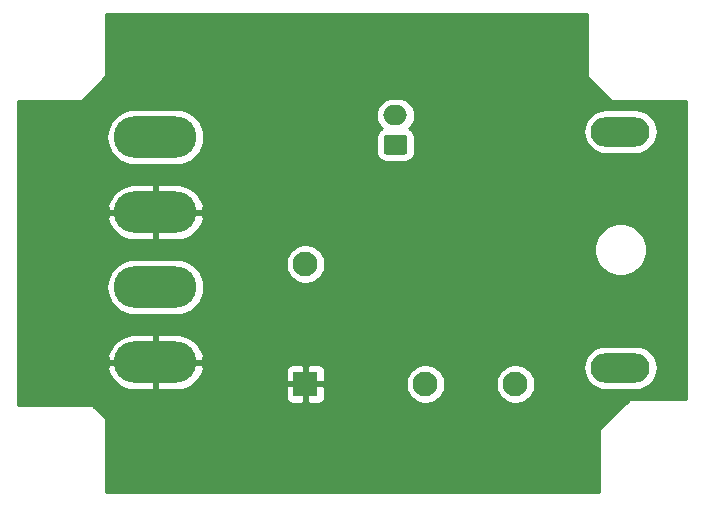
<source format=gbl>
G04 #@! TF.GenerationSoftware,KiCad,Pcbnew,5.1.6-c6e7f7d~87~ubuntu18.04.1*
G04 #@! TF.CreationDate,2020-08-31T14:31:46+09:00*
G04 #@! TF.ProjectId,adamr2_emg_board,6164616d-7232-45f6-956d-675f626f6172,rev?*
G04 #@! TF.SameCoordinates,Original*
G04 #@! TF.FileFunction,Copper,L2,Bot*
G04 #@! TF.FilePolarity,Positive*
%FSLAX46Y46*%
G04 Gerber Fmt 4.6, Leading zero omitted, Abs format (unit mm)*
G04 Created by KiCad (PCBNEW 5.1.6-c6e7f7d~87~ubuntu18.04.1) date 2020-08-31 14:31:46*
%MOMM*%
%LPD*%
G01*
G04 APERTURE LIST*
G04 #@! TA.AperFunction,ComponentPad*
%ADD10O,5.000000X2.500000*%
G04 #@! TD*
G04 #@! TA.AperFunction,ComponentPad*
%ADD11C,2.100000*%
G04 #@! TD*
G04 #@! TA.AperFunction,ComponentPad*
%ADD12R,2.100000X2.100000*%
G04 #@! TD*
G04 #@! TA.AperFunction,ComponentPad*
%ADD13O,2.000000X1.700000*%
G04 #@! TD*
G04 #@! TA.AperFunction,ComponentPad*
%ADD14O,7.000000X3.500000*%
G04 #@! TD*
G04 #@! TA.AperFunction,Conductor*
%ADD15C,0.254000*%
G04 #@! TD*
G04 APERTURE END LIST*
D10*
G04 #@! TO.P,F1,2*
G04 #@! TO.N,Net-(F1-Pad2)*
X172720000Y-102710000D03*
G04 #@! TO.P,F1,1*
G04 #@! TO.N,VCC*
X172720000Y-82710000D03*
G04 #@! TD*
D11*
G04 #@! TO.P,K1,8*
G04 #@! TO.N,Net-(J2-Pad1)*
X146050000Y-93920000D03*
G04 #@! TO.P,K1,4*
G04 #@! TO.N,Net-(F1-Pad2)*
X163830000Y-104080000D03*
G04 #@! TO.P,K1,3*
G04 #@! TO.N,Net-(J1-Pad2)*
X156210000Y-104080000D03*
D12*
G04 #@! TO.P,K1,1*
G04 #@! TO.N,GND*
X146050000Y-104080000D03*
G04 #@! TD*
D13*
G04 #@! TO.P,J2,2*
G04 #@! TO.N,VCC*
X153670000Y-81320000D03*
G04 #@! TO.P,J2,1*
G04 #@! TO.N,Net-(J2-Pad1)*
G04 #@! TA.AperFunction,ComponentPad*
G36*
G01*
X154420000Y-84670000D02*
X152920000Y-84670000D01*
G75*
G02*
X152670000Y-84420000I0J250000D01*
G01*
X152670000Y-83220000D01*
G75*
G02*
X152920000Y-82970000I250000J0D01*
G01*
X154420000Y-82970000D01*
G75*
G02*
X154670000Y-83220000I0J-250000D01*
G01*
X154670000Y-84420000D01*
G75*
G02*
X154420000Y-84670000I-250000J0D01*
G01*
G37*
G04 #@! TD.AperFunction*
G04 #@! TD*
D14*
G04 #@! TO.P,J1,1*
G04 #@! TO.N,GND*
X133350000Y-102235000D03*
G04 #@! TO.P,J1,2*
G04 #@! TO.N,Net-(J1-Pad2)*
X133350000Y-95885000D03*
G04 #@! TO.P,J1,3*
G04 #@! TO.N,GND*
X133350000Y-89535000D03*
G04 #@! TO.P,J1,4*
G04 #@! TO.N,VCC*
X133350000Y-83185000D03*
G04 #@! TD*
D15*
G04 #@! TO.N,GND*
G36*
X169873000Y-78000000D02*
G01*
X169875440Y-78024776D01*
X169882667Y-78048601D01*
X169894403Y-78070557D01*
X169910197Y-78089803D01*
X171910197Y-80089803D01*
X171929443Y-80105597D01*
X171951399Y-80117333D01*
X171975224Y-80124560D01*
X172000000Y-80127000D01*
X178265001Y-80127000D01*
X178265000Y-105373000D01*
X173500000Y-105373000D01*
X173475224Y-105375440D01*
X173451399Y-105382667D01*
X173429443Y-105394403D01*
X173410197Y-105410197D01*
X170910197Y-107910197D01*
X170894403Y-107929443D01*
X170882667Y-107951399D01*
X170875440Y-107975224D01*
X170873000Y-108000000D01*
X170873000Y-113265000D01*
X129127000Y-113265000D01*
X129127000Y-107000000D01*
X129124560Y-106975224D01*
X129117333Y-106951399D01*
X129105597Y-106929443D01*
X129089803Y-106910197D01*
X128089803Y-105910197D01*
X128070557Y-105894403D01*
X128048601Y-105882667D01*
X128024776Y-105875440D01*
X128000000Y-105873000D01*
X121735000Y-105873000D01*
X121735000Y-105130000D01*
X144361928Y-105130000D01*
X144374188Y-105254482D01*
X144410498Y-105374180D01*
X144469463Y-105484494D01*
X144548815Y-105581185D01*
X144645506Y-105660537D01*
X144755820Y-105719502D01*
X144875518Y-105755812D01*
X145000000Y-105768072D01*
X145764250Y-105765000D01*
X145923000Y-105606250D01*
X145923000Y-104207000D01*
X146177000Y-104207000D01*
X146177000Y-105606250D01*
X146335750Y-105765000D01*
X147100000Y-105768072D01*
X147224482Y-105755812D01*
X147344180Y-105719502D01*
X147454494Y-105660537D01*
X147551185Y-105581185D01*
X147630537Y-105484494D01*
X147689502Y-105374180D01*
X147725812Y-105254482D01*
X147738072Y-105130000D01*
X147735000Y-104365750D01*
X147576250Y-104207000D01*
X146177000Y-104207000D01*
X145923000Y-104207000D01*
X144523750Y-104207000D01*
X144365000Y-104365750D01*
X144361928Y-105130000D01*
X121735000Y-105130000D01*
X121735000Y-102733003D01*
X129267573Y-102733003D01*
X129347947Y-103030368D01*
X129546388Y-103454439D01*
X129823748Y-103831648D01*
X130169369Y-104147498D01*
X130569968Y-104389852D01*
X131010150Y-104549396D01*
X131473000Y-104620000D01*
X133223000Y-104620000D01*
X133223000Y-102362000D01*
X133477000Y-102362000D01*
X133477000Y-104620000D01*
X135227000Y-104620000D01*
X135689850Y-104549396D01*
X136130032Y-104389852D01*
X136530631Y-104147498D01*
X136876252Y-103831648D01*
X137153612Y-103454439D01*
X137352053Y-103030368D01*
X137352152Y-103030000D01*
X144361928Y-103030000D01*
X144365000Y-103794250D01*
X144523750Y-103953000D01*
X145923000Y-103953000D01*
X145923000Y-102553750D01*
X146177000Y-102553750D01*
X146177000Y-103953000D01*
X147576250Y-103953000D01*
X147615208Y-103914042D01*
X154525000Y-103914042D01*
X154525000Y-104245958D01*
X154589754Y-104571496D01*
X154716772Y-104878147D01*
X154901175Y-105154125D01*
X155135875Y-105388825D01*
X155411853Y-105573228D01*
X155718504Y-105700246D01*
X156044042Y-105765000D01*
X156375958Y-105765000D01*
X156701496Y-105700246D01*
X157008147Y-105573228D01*
X157284125Y-105388825D01*
X157518825Y-105154125D01*
X157703228Y-104878147D01*
X157830246Y-104571496D01*
X157895000Y-104245958D01*
X157895000Y-103914042D01*
X162145000Y-103914042D01*
X162145000Y-104245958D01*
X162209754Y-104571496D01*
X162336772Y-104878147D01*
X162521175Y-105154125D01*
X162755875Y-105388825D01*
X163031853Y-105573228D01*
X163338504Y-105700246D01*
X163664042Y-105765000D01*
X163995958Y-105765000D01*
X164321496Y-105700246D01*
X164628147Y-105573228D01*
X164904125Y-105388825D01*
X165138825Y-105154125D01*
X165323228Y-104878147D01*
X165450246Y-104571496D01*
X165515000Y-104245958D01*
X165515000Y-103914042D01*
X165450246Y-103588504D01*
X165323228Y-103281853D01*
X165138825Y-103005875D01*
X164904125Y-102771175D01*
X164812571Y-102710000D01*
X169575880Y-102710000D01*
X169612275Y-103079524D01*
X169720061Y-103434848D01*
X169895097Y-103762317D01*
X170130655Y-104049345D01*
X170417683Y-104284903D01*
X170745152Y-104459939D01*
X171100476Y-104567725D01*
X171377403Y-104595000D01*
X174062597Y-104595000D01*
X174339524Y-104567725D01*
X174694848Y-104459939D01*
X175022317Y-104284903D01*
X175309345Y-104049345D01*
X175544903Y-103762317D01*
X175719939Y-103434848D01*
X175827725Y-103079524D01*
X175864120Y-102710000D01*
X175827725Y-102340476D01*
X175719939Y-101985152D01*
X175544903Y-101657683D01*
X175309345Y-101370655D01*
X175022317Y-101135097D01*
X174694848Y-100960061D01*
X174339524Y-100852275D01*
X174062597Y-100825000D01*
X171377403Y-100825000D01*
X171100476Y-100852275D01*
X170745152Y-100960061D01*
X170417683Y-101135097D01*
X170130655Y-101370655D01*
X169895097Y-101657683D01*
X169720061Y-101985152D01*
X169612275Y-102340476D01*
X169575880Y-102710000D01*
X164812571Y-102710000D01*
X164628147Y-102586772D01*
X164321496Y-102459754D01*
X163995958Y-102395000D01*
X163664042Y-102395000D01*
X163338504Y-102459754D01*
X163031853Y-102586772D01*
X162755875Y-102771175D01*
X162521175Y-103005875D01*
X162336772Y-103281853D01*
X162209754Y-103588504D01*
X162145000Y-103914042D01*
X157895000Y-103914042D01*
X157830246Y-103588504D01*
X157703228Y-103281853D01*
X157518825Y-103005875D01*
X157284125Y-102771175D01*
X157008147Y-102586772D01*
X156701496Y-102459754D01*
X156375958Y-102395000D01*
X156044042Y-102395000D01*
X155718504Y-102459754D01*
X155411853Y-102586772D01*
X155135875Y-102771175D01*
X154901175Y-103005875D01*
X154716772Y-103281853D01*
X154589754Y-103588504D01*
X154525000Y-103914042D01*
X147615208Y-103914042D01*
X147735000Y-103794250D01*
X147738072Y-103030000D01*
X147725812Y-102905518D01*
X147689502Y-102785820D01*
X147630537Y-102675506D01*
X147551185Y-102578815D01*
X147454494Y-102499463D01*
X147344180Y-102440498D01*
X147224482Y-102404188D01*
X147100000Y-102391928D01*
X146335750Y-102395000D01*
X146177000Y-102553750D01*
X145923000Y-102553750D01*
X145764250Y-102395000D01*
X145000000Y-102391928D01*
X144875518Y-102404188D01*
X144755820Y-102440498D01*
X144645506Y-102499463D01*
X144548815Y-102578815D01*
X144469463Y-102675506D01*
X144410498Y-102785820D01*
X144374188Y-102905518D01*
X144361928Y-103030000D01*
X137352152Y-103030000D01*
X137432427Y-102733003D01*
X137322625Y-102362000D01*
X133477000Y-102362000D01*
X133223000Y-102362000D01*
X129377375Y-102362000D01*
X129267573Y-102733003D01*
X121735000Y-102733003D01*
X121735000Y-101736997D01*
X129267573Y-101736997D01*
X129377375Y-102108000D01*
X133223000Y-102108000D01*
X133223000Y-99850000D01*
X133477000Y-99850000D01*
X133477000Y-102108000D01*
X137322625Y-102108000D01*
X137432427Y-101736997D01*
X137352053Y-101439632D01*
X137153612Y-101015561D01*
X136876252Y-100638352D01*
X136530631Y-100322502D01*
X136130032Y-100080148D01*
X135689850Y-99920604D01*
X135227000Y-99850000D01*
X133477000Y-99850000D01*
X133223000Y-99850000D01*
X131473000Y-99850000D01*
X131010150Y-99920604D01*
X130569968Y-100080148D01*
X130169369Y-100322502D01*
X129823748Y-100638352D01*
X129546388Y-101015561D01*
X129347947Y-101439632D01*
X129267573Y-101736997D01*
X121735000Y-101736997D01*
X121735000Y-95885000D01*
X129203461Y-95885000D01*
X129249510Y-96352542D01*
X129385887Y-96802116D01*
X129607351Y-97216446D01*
X129905391Y-97579609D01*
X130268554Y-97877649D01*
X130682884Y-98099113D01*
X131132458Y-98235490D01*
X131482843Y-98270000D01*
X135217157Y-98270000D01*
X135567542Y-98235490D01*
X136017116Y-98099113D01*
X136431446Y-97877649D01*
X136794609Y-97579609D01*
X137092649Y-97216446D01*
X137314113Y-96802116D01*
X137450490Y-96352542D01*
X137496539Y-95885000D01*
X137450490Y-95417458D01*
X137314113Y-94967884D01*
X137092649Y-94553554D01*
X136794609Y-94190391D01*
X136431446Y-93892351D01*
X136172689Y-93754042D01*
X144365000Y-93754042D01*
X144365000Y-94085958D01*
X144429754Y-94411496D01*
X144556772Y-94718147D01*
X144741175Y-94994125D01*
X144975875Y-95228825D01*
X145251853Y-95413228D01*
X145558504Y-95540246D01*
X145884042Y-95605000D01*
X146215958Y-95605000D01*
X146541496Y-95540246D01*
X146848147Y-95413228D01*
X147124125Y-95228825D01*
X147358825Y-94994125D01*
X147543228Y-94718147D01*
X147670246Y-94411496D01*
X147735000Y-94085958D01*
X147735000Y-93754042D01*
X147670246Y-93428504D01*
X147543228Y-93121853D01*
X147358825Y-92845875D01*
X147124125Y-92611175D01*
X146942583Y-92489872D01*
X170485000Y-92489872D01*
X170485000Y-92930128D01*
X170570890Y-93361925D01*
X170739369Y-93768669D01*
X170983962Y-94134729D01*
X171295271Y-94446038D01*
X171661331Y-94690631D01*
X172068075Y-94859110D01*
X172499872Y-94945000D01*
X172940128Y-94945000D01*
X173371925Y-94859110D01*
X173778669Y-94690631D01*
X174144729Y-94446038D01*
X174456038Y-94134729D01*
X174700631Y-93768669D01*
X174869110Y-93361925D01*
X174955000Y-92930128D01*
X174955000Y-92489872D01*
X174869110Y-92058075D01*
X174700631Y-91651331D01*
X174456038Y-91285271D01*
X174144729Y-90973962D01*
X173778669Y-90729369D01*
X173371925Y-90560890D01*
X172940128Y-90475000D01*
X172499872Y-90475000D01*
X172068075Y-90560890D01*
X171661331Y-90729369D01*
X171295271Y-90973962D01*
X170983962Y-91285271D01*
X170739369Y-91651331D01*
X170570890Y-92058075D01*
X170485000Y-92489872D01*
X146942583Y-92489872D01*
X146848147Y-92426772D01*
X146541496Y-92299754D01*
X146215958Y-92235000D01*
X145884042Y-92235000D01*
X145558504Y-92299754D01*
X145251853Y-92426772D01*
X144975875Y-92611175D01*
X144741175Y-92845875D01*
X144556772Y-93121853D01*
X144429754Y-93428504D01*
X144365000Y-93754042D01*
X136172689Y-93754042D01*
X136017116Y-93670887D01*
X135567542Y-93534510D01*
X135217157Y-93500000D01*
X131482843Y-93500000D01*
X131132458Y-93534510D01*
X130682884Y-93670887D01*
X130268554Y-93892351D01*
X129905391Y-94190391D01*
X129607351Y-94553554D01*
X129385887Y-94967884D01*
X129249510Y-95417458D01*
X129203461Y-95885000D01*
X121735000Y-95885000D01*
X121735000Y-90033003D01*
X129267573Y-90033003D01*
X129347947Y-90330368D01*
X129546388Y-90754439D01*
X129823748Y-91131648D01*
X130169369Y-91447498D01*
X130569968Y-91689852D01*
X131010150Y-91849396D01*
X131473000Y-91920000D01*
X133223000Y-91920000D01*
X133223000Y-89662000D01*
X133477000Y-89662000D01*
X133477000Y-91920000D01*
X135227000Y-91920000D01*
X135689850Y-91849396D01*
X136130032Y-91689852D01*
X136530631Y-91447498D01*
X136876252Y-91131648D01*
X137153612Y-90754439D01*
X137352053Y-90330368D01*
X137432427Y-90033003D01*
X137322625Y-89662000D01*
X133477000Y-89662000D01*
X133223000Y-89662000D01*
X129377375Y-89662000D01*
X129267573Y-90033003D01*
X121735000Y-90033003D01*
X121735000Y-89036997D01*
X129267573Y-89036997D01*
X129377375Y-89408000D01*
X133223000Y-89408000D01*
X133223000Y-87150000D01*
X133477000Y-87150000D01*
X133477000Y-89408000D01*
X137322625Y-89408000D01*
X137432427Y-89036997D01*
X137352053Y-88739632D01*
X137153612Y-88315561D01*
X136876252Y-87938352D01*
X136530631Y-87622502D01*
X136130032Y-87380148D01*
X135689850Y-87220604D01*
X135227000Y-87150000D01*
X133477000Y-87150000D01*
X133223000Y-87150000D01*
X131473000Y-87150000D01*
X131010150Y-87220604D01*
X130569968Y-87380148D01*
X130169369Y-87622502D01*
X129823748Y-87938352D01*
X129546388Y-88315561D01*
X129347947Y-88739632D01*
X129267573Y-89036997D01*
X121735000Y-89036997D01*
X121735000Y-83185000D01*
X129203461Y-83185000D01*
X129249510Y-83652542D01*
X129385887Y-84102116D01*
X129607351Y-84516446D01*
X129905391Y-84879609D01*
X130268554Y-85177649D01*
X130682884Y-85399113D01*
X131132458Y-85535490D01*
X131482843Y-85570000D01*
X135217157Y-85570000D01*
X135567542Y-85535490D01*
X136017116Y-85399113D01*
X136431446Y-85177649D01*
X136794609Y-84879609D01*
X137092649Y-84516446D01*
X137314113Y-84102116D01*
X137450490Y-83652542D01*
X137496539Y-83185000D01*
X137450490Y-82717458D01*
X137314113Y-82267884D01*
X137092649Y-81853554D01*
X136794609Y-81490391D01*
X136586987Y-81320000D01*
X152027815Y-81320000D01*
X152056487Y-81611111D01*
X152141401Y-81891034D01*
X152279294Y-82149014D01*
X152464866Y-82375134D01*
X152528337Y-82427223D01*
X152426614Y-82481595D01*
X152292038Y-82592038D01*
X152181595Y-82726614D01*
X152099528Y-82880150D01*
X152048992Y-83046746D01*
X152031928Y-83220000D01*
X152031928Y-84420000D01*
X152048992Y-84593254D01*
X152099528Y-84759850D01*
X152181595Y-84913386D01*
X152292038Y-85047962D01*
X152426614Y-85158405D01*
X152580150Y-85240472D01*
X152746746Y-85291008D01*
X152920000Y-85308072D01*
X154420000Y-85308072D01*
X154593254Y-85291008D01*
X154759850Y-85240472D01*
X154913386Y-85158405D01*
X155047962Y-85047962D01*
X155158405Y-84913386D01*
X155240472Y-84759850D01*
X155291008Y-84593254D01*
X155308072Y-84420000D01*
X155308072Y-83220000D01*
X155291008Y-83046746D01*
X155240472Y-82880150D01*
X155158405Y-82726614D01*
X155144771Y-82710000D01*
X169575880Y-82710000D01*
X169612275Y-83079524D01*
X169720061Y-83434848D01*
X169895097Y-83762317D01*
X170130655Y-84049345D01*
X170417683Y-84284903D01*
X170745152Y-84459939D01*
X171100476Y-84567725D01*
X171377403Y-84595000D01*
X174062597Y-84595000D01*
X174339524Y-84567725D01*
X174694848Y-84459939D01*
X175022317Y-84284903D01*
X175309345Y-84049345D01*
X175544903Y-83762317D01*
X175719939Y-83434848D01*
X175827725Y-83079524D01*
X175864120Y-82710000D01*
X175827725Y-82340476D01*
X175719939Y-81985152D01*
X175544903Y-81657683D01*
X175309345Y-81370655D01*
X175022317Y-81135097D01*
X174694848Y-80960061D01*
X174339524Y-80852275D01*
X174062597Y-80825000D01*
X171377403Y-80825000D01*
X171100476Y-80852275D01*
X170745152Y-80960061D01*
X170417683Y-81135097D01*
X170130655Y-81370655D01*
X169895097Y-81657683D01*
X169720061Y-81985152D01*
X169612275Y-82340476D01*
X169575880Y-82710000D01*
X155144771Y-82710000D01*
X155047962Y-82592038D01*
X154913386Y-82481595D01*
X154811663Y-82427223D01*
X154875134Y-82375134D01*
X155060706Y-82149014D01*
X155198599Y-81891034D01*
X155283513Y-81611111D01*
X155312185Y-81320000D01*
X155283513Y-81028889D01*
X155198599Y-80748966D01*
X155060706Y-80490986D01*
X154875134Y-80264866D01*
X154649014Y-80079294D01*
X154391034Y-79941401D01*
X154111111Y-79856487D01*
X153892950Y-79835000D01*
X153447050Y-79835000D01*
X153228889Y-79856487D01*
X152948966Y-79941401D01*
X152690986Y-80079294D01*
X152464866Y-80264866D01*
X152279294Y-80490986D01*
X152141401Y-80748966D01*
X152056487Y-81028889D01*
X152027815Y-81320000D01*
X136586987Y-81320000D01*
X136431446Y-81192351D01*
X136017116Y-80970887D01*
X135567542Y-80834510D01*
X135217157Y-80800000D01*
X131482843Y-80800000D01*
X131132458Y-80834510D01*
X130682884Y-80970887D01*
X130268554Y-81192351D01*
X129905391Y-81490391D01*
X129607351Y-81853554D01*
X129385887Y-82267884D01*
X129249510Y-82717458D01*
X129203461Y-83185000D01*
X121735000Y-83185000D01*
X121735000Y-80127000D01*
X127000000Y-80127000D01*
X127024776Y-80124560D01*
X127048601Y-80117333D01*
X127070557Y-80105597D01*
X127089803Y-80089803D01*
X129089803Y-78089803D01*
X129105597Y-78070557D01*
X129117333Y-78048601D01*
X129124560Y-78024776D01*
X129127000Y-78000000D01*
X129127000Y-72735000D01*
X169873000Y-72735000D01*
X169873000Y-78000000D01*
G37*
X169873000Y-78000000D02*
X169875440Y-78024776D01*
X169882667Y-78048601D01*
X169894403Y-78070557D01*
X169910197Y-78089803D01*
X171910197Y-80089803D01*
X171929443Y-80105597D01*
X171951399Y-80117333D01*
X171975224Y-80124560D01*
X172000000Y-80127000D01*
X178265001Y-80127000D01*
X178265000Y-105373000D01*
X173500000Y-105373000D01*
X173475224Y-105375440D01*
X173451399Y-105382667D01*
X173429443Y-105394403D01*
X173410197Y-105410197D01*
X170910197Y-107910197D01*
X170894403Y-107929443D01*
X170882667Y-107951399D01*
X170875440Y-107975224D01*
X170873000Y-108000000D01*
X170873000Y-113265000D01*
X129127000Y-113265000D01*
X129127000Y-107000000D01*
X129124560Y-106975224D01*
X129117333Y-106951399D01*
X129105597Y-106929443D01*
X129089803Y-106910197D01*
X128089803Y-105910197D01*
X128070557Y-105894403D01*
X128048601Y-105882667D01*
X128024776Y-105875440D01*
X128000000Y-105873000D01*
X121735000Y-105873000D01*
X121735000Y-105130000D01*
X144361928Y-105130000D01*
X144374188Y-105254482D01*
X144410498Y-105374180D01*
X144469463Y-105484494D01*
X144548815Y-105581185D01*
X144645506Y-105660537D01*
X144755820Y-105719502D01*
X144875518Y-105755812D01*
X145000000Y-105768072D01*
X145764250Y-105765000D01*
X145923000Y-105606250D01*
X145923000Y-104207000D01*
X146177000Y-104207000D01*
X146177000Y-105606250D01*
X146335750Y-105765000D01*
X147100000Y-105768072D01*
X147224482Y-105755812D01*
X147344180Y-105719502D01*
X147454494Y-105660537D01*
X147551185Y-105581185D01*
X147630537Y-105484494D01*
X147689502Y-105374180D01*
X147725812Y-105254482D01*
X147738072Y-105130000D01*
X147735000Y-104365750D01*
X147576250Y-104207000D01*
X146177000Y-104207000D01*
X145923000Y-104207000D01*
X144523750Y-104207000D01*
X144365000Y-104365750D01*
X144361928Y-105130000D01*
X121735000Y-105130000D01*
X121735000Y-102733003D01*
X129267573Y-102733003D01*
X129347947Y-103030368D01*
X129546388Y-103454439D01*
X129823748Y-103831648D01*
X130169369Y-104147498D01*
X130569968Y-104389852D01*
X131010150Y-104549396D01*
X131473000Y-104620000D01*
X133223000Y-104620000D01*
X133223000Y-102362000D01*
X133477000Y-102362000D01*
X133477000Y-104620000D01*
X135227000Y-104620000D01*
X135689850Y-104549396D01*
X136130032Y-104389852D01*
X136530631Y-104147498D01*
X136876252Y-103831648D01*
X137153612Y-103454439D01*
X137352053Y-103030368D01*
X137352152Y-103030000D01*
X144361928Y-103030000D01*
X144365000Y-103794250D01*
X144523750Y-103953000D01*
X145923000Y-103953000D01*
X145923000Y-102553750D01*
X146177000Y-102553750D01*
X146177000Y-103953000D01*
X147576250Y-103953000D01*
X147615208Y-103914042D01*
X154525000Y-103914042D01*
X154525000Y-104245958D01*
X154589754Y-104571496D01*
X154716772Y-104878147D01*
X154901175Y-105154125D01*
X155135875Y-105388825D01*
X155411853Y-105573228D01*
X155718504Y-105700246D01*
X156044042Y-105765000D01*
X156375958Y-105765000D01*
X156701496Y-105700246D01*
X157008147Y-105573228D01*
X157284125Y-105388825D01*
X157518825Y-105154125D01*
X157703228Y-104878147D01*
X157830246Y-104571496D01*
X157895000Y-104245958D01*
X157895000Y-103914042D01*
X162145000Y-103914042D01*
X162145000Y-104245958D01*
X162209754Y-104571496D01*
X162336772Y-104878147D01*
X162521175Y-105154125D01*
X162755875Y-105388825D01*
X163031853Y-105573228D01*
X163338504Y-105700246D01*
X163664042Y-105765000D01*
X163995958Y-105765000D01*
X164321496Y-105700246D01*
X164628147Y-105573228D01*
X164904125Y-105388825D01*
X165138825Y-105154125D01*
X165323228Y-104878147D01*
X165450246Y-104571496D01*
X165515000Y-104245958D01*
X165515000Y-103914042D01*
X165450246Y-103588504D01*
X165323228Y-103281853D01*
X165138825Y-103005875D01*
X164904125Y-102771175D01*
X164812571Y-102710000D01*
X169575880Y-102710000D01*
X169612275Y-103079524D01*
X169720061Y-103434848D01*
X169895097Y-103762317D01*
X170130655Y-104049345D01*
X170417683Y-104284903D01*
X170745152Y-104459939D01*
X171100476Y-104567725D01*
X171377403Y-104595000D01*
X174062597Y-104595000D01*
X174339524Y-104567725D01*
X174694848Y-104459939D01*
X175022317Y-104284903D01*
X175309345Y-104049345D01*
X175544903Y-103762317D01*
X175719939Y-103434848D01*
X175827725Y-103079524D01*
X175864120Y-102710000D01*
X175827725Y-102340476D01*
X175719939Y-101985152D01*
X175544903Y-101657683D01*
X175309345Y-101370655D01*
X175022317Y-101135097D01*
X174694848Y-100960061D01*
X174339524Y-100852275D01*
X174062597Y-100825000D01*
X171377403Y-100825000D01*
X171100476Y-100852275D01*
X170745152Y-100960061D01*
X170417683Y-101135097D01*
X170130655Y-101370655D01*
X169895097Y-101657683D01*
X169720061Y-101985152D01*
X169612275Y-102340476D01*
X169575880Y-102710000D01*
X164812571Y-102710000D01*
X164628147Y-102586772D01*
X164321496Y-102459754D01*
X163995958Y-102395000D01*
X163664042Y-102395000D01*
X163338504Y-102459754D01*
X163031853Y-102586772D01*
X162755875Y-102771175D01*
X162521175Y-103005875D01*
X162336772Y-103281853D01*
X162209754Y-103588504D01*
X162145000Y-103914042D01*
X157895000Y-103914042D01*
X157830246Y-103588504D01*
X157703228Y-103281853D01*
X157518825Y-103005875D01*
X157284125Y-102771175D01*
X157008147Y-102586772D01*
X156701496Y-102459754D01*
X156375958Y-102395000D01*
X156044042Y-102395000D01*
X155718504Y-102459754D01*
X155411853Y-102586772D01*
X155135875Y-102771175D01*
X154901175Y-103005875D01*
X154716772Y-103281853D01*
X154589754Y-103588504D01*
X154525000Y-103914042D01*
X147615208Y-103914042D01*
X147735000Y-103794250D01*
X147738072Y-103030000D01*
X147725812Y-102905518D01*
X147689502Y-102785820D01*
X147630537Y-102675506D01*
X147551185Y-102578815D01*
X147454494Y-102499463D01*
X147344180Y-102440498D01*
X147224482Y-102404188D01*
X147100000Y-102391928D01*
X146335750Y-102395000D01*
X146177000Y-102553750D01*
X145923000Y-102553750D01*
X145764250Y-102395000D01*
X145000000Y-102391928D01*
X144875518Y-102404188D01*
X144755820Y-102440498D01*
X144645506Y-102499463D01*
X144548815Y-102578815D01*
X144469463Y-102675506D01*
X144410498Y-102785820D01*
X144374188Y-102905518D01*
X144361928Y-103030000D01*
X137352152Y-103030000D01*
X137432427Y-102733003D01*
X137322625Y-102362000D01*
X133477000Y-102362000D01*
X133223000Y-102362000D01*
X129377375Y-102362000D01*
X129267573Y-102733003D01*
X121735000Y-102733003D01*
X121735000Y-101736997D01*
X129267573Y-101736997D01*
X129377375Y-102108000D01*
X133223000Y-102108000D01*
X133223000Y-99850000D01*
X133477000Y-99850000D01*
X133477000Y-102108000D01*
X137322625Y-102108000D01*
X137432427Y-101736997D01*
X137352053Y-101439632D01*
X137153612Y-101015561D01*
X136876252Y-100638352D01*
X136530631Y-100322502D01*
X136130032Y-100080148D01*
X135689850Y-99920604D01*
X135227000Y-99850000D01*
X133477000Y-99850000D01*
X133223000Y-99850000D01*
X131473000Y-99850000D01*
X131010150Y-99920604D01*
X130569968Y-100080148D01*
X130169369Y-100322502D01*
X129823748Y-100638352D01*
X129546388Y-101015561D01*
X129347947Y-101439632D01*
X129267573Y-101736997D01*
X121735000Y-101736997D01*
X121735000Y-95885000D01*
X129203461Y-95885000D01*
X129249510Y-96352542D01*
X129385887Y-96802116D01*
X129607351Y-97216446D01*
X129905391Y-97579609D01*
X130268554Y-97877649D01*
X130682884Y-98099113D01*
X131132458Y-98235490D01*
X131482843Y-98270000D01*
X135217157Y-98270000D01*
X135567542Y-98235490D01*
X136017116Y-98099113D01*
X136431446Y-97877649D01*
X136794609Y-97579609D01*
X137092649Y-97216446D01*
X137314113Y-96802116D01*
X137450490Y-96352542D01*
X137496539Y-95885000D01*
X137450490Y-95417458D01*
X137314113Y-94967884D01*
X137092649Y-94553554D01*
X136794609Y-94190391D01*
X136431446Y-93892351D01*
X136172689Y-93754042D01*
X144365000Y-93754042D01*
X144365000Y-94085958D01*
X144429754Y-94411496D01*
X144556772Y-94718147D01*
X144741175Y-94994125D01*
X144975875Y-95228825D01*
X145251853Y-95413228D01*
X145558504Y-95540246D01*
X145884042Y-95605000D01*
X146215958Y-95605000D01*
X146541496Y-95540246D01*
X146848147Y-95413228D01*
X147124125Y-95228825D01*
X147358825Y-94994125D01*
X147543228Y-94718147D01*
X147670246Y-94411496D01*
X147735000Y-94085958D01*
X147735000Y-93754042D01*
X147670246Y-93428504D01*
X147543228Y-93121853D01*
X147358825Y-92845875D01*
X147124125Y-92611175D01*
X146942583Y-92489872D01*
X170485000Y-92489872D01*
X170485000Y-92930128D01*
X170570890Y-93361925D01*
X170739369Y-93768669D01*
X170983962Y-94134729D01*
X171295271Y-94446038D01*
X171661331Y-94690631D01*
X172068075Y-94859110D01*
X172499872Y-94945000D01*
X172940128Y-94945000D01*
X173371925Y-94859110D01*
X173778669Y-94690631D01*
X174144729Y-94446038D01*
X174456038Y-94134729D01*
X174700631Y-93768669D01*
X174869110Y-93361925D01*
X174955000Y-92930128D01*
X174955000Y-92489872D01*
X174869110Y-92058075D01*
X174700631Y-91651331D01*
X174456038Y-91285271D01*
X174144729Y-90973962D01*
X173778669Y-90729369D01*
X173371925Y-90560890D01*
X172940128Y-90475000D01*
X172499872Y-90475000D01*
X172068075Y-90560890D01*
X171661331Y-90729369D01*
X171295271Y-90973962D01*
X170983962Y-91285271D01*
X170739369Y-91651331D01*
X170570890Y-92058075D01*
X170485000Y-92489872D01*
X146942583Y-92489872D01*
X146848147Y-92426772D01*
X146541496Y-92299754D01*
X146215958Y-92235000D01*
X145884042Y-92235000D01*
X145558504Y-92299754D01*
X145251853Y-92426772D01*
X144975875Y-92611175D01*
X144741175Y-92845875D01*
X144556772Y-93121853D01*
X144429754Y-93428504D01*
X144365000Y-93754042D01*
X136172689Y-93754042D01*
X136017116Y-93670887D01*
X135567542Y-93534510D01*
X135217157Y-93500000D01*
X131482843Y-93500000D01*
X131132458Y-93534510D01*
X130682884Y-93670887D01*
X130268554Y-93892351D01*
X129905391Y-94190391D01*
X129607351Y-94553554D01*
X129385887Y-94967884D01*
X129249510Y-95417458D01*
X129203461Y-95885000D01*
X121735000Y-95885000D01*
X121735000Y-90033003D01*
X129267573Y-90033003D01*
X129347947Y-90330368D01*
X129546388Y-90754439D01*
X129823748Y-91131648D01*
X130169369Y-91447498D01*
X130569968Y-91689852D01*
X131010150Y-91849396D01*
X131473000Y-91920000D01*
X133223000Y-91920000D01*
X133223000Y-89662000D01*
X133477000Y-89662000D01*
X133477000Y-91920000D01*
X135227000Y-91920000D01*
X135689850Y-91849396D01*
X136130032Y-91689852D01*
X136530631Y-91447498D01*
X136876252Y-91131648D01*
X137153612Y-90754439D01*
X137352053Y-90330368D01*
X137432427Y-90033003D01*
X137322625Y-89662000D01*
X133477000Y-89662000D01*
X133223000Y-89662000D01*
X129377375Y-89662000D01*
X129267573Y-90033003D01*
X121735000Y-90033003D01*
X121735000Y-89036997D01*
X129267573Y-89036997D01*
X129377375Y-89408000D01*
X133223000Y-89408000D01*
X133223000Y-87150000D01*
X133477000Y-87150000D01*
X133477000Y-89408000D01*
X137322625Y-89408000D01*
X137432427Y-89036997D01*
X137352053Y-88739632D01*
X137153612Y-88315561D01*
X136876252Y-87938352D01*
X136530631Y-87622502D01*
X136130032Y-87380148D01*
X135689850Y-87220604D01*
X135227000Y-87150000D01*
X133477000Y-87150000D01*
X133223000Y-87150000D01*
X131473000Y-87150000D01*
X131010150Y-87220604D01*
X130569968Y-87380148D01*
X130169369Y-87622502D01*
X129823748Y-87938352D01*
X129546388Y-88315561D01*
X129347947Y-88739632D01*
X129267573Y-89036997D01*
X121735000Y-89036997D01*
X121735000Y-83185000D01*
X129203461Y-83185000D01*
X129249510Y-83652542D01*
X129385887Y-84102116D01*
X129607351Y-84516446D01*
X129905391Y-84879609D01*
X130268554Y-85177649D01*
X130682884Y-85399113D01*
X131132458Y-85535490D01*
X131482843Y-85570000D01*
X135217157Y-85570000D01*
X135567542Y-85535490D01*
X136017116Y-85399113D01*
X136431446Y-85177649D01*
X136794609Y-84879609D01*
X137092649Y-84516446D01*
X137314113Y-84102116D01*
X137450490Y-83652542D01*
X137496539Y-83185000D01*
X137450490Y-82717458D01*
X137314113Y-82267884D01*
X137092649Y-81853554D01*
X136794609Y-81490391D01*
X136586987Y-81320000D01*
X152027815Y-81320000D01*
X152056487Y-81611111D01*
X152141401Y-81891034D01*
X152279294Y-82149014D01*
X152464866Y-82375134D01*
X152528337Y-82427223D01*
X152426614Y-82481595D01*
X152292038Y-82592038D01*
X152181595Y-82726614D01*
X152099528Y-82880150D01*
X152048992Y-83046746D01*
X152031928Y-83220000D01*
X152031928Y-84420000D01*
X152048992Y-84593254D01*
X152099528Y-84759850D01*
X152181595Y-84913386D01*
X152292038Y-85047962D01*
X152426614Y-85158405D01*
X152580150Y-85240472D01*
X152746746Y-85291008D01*
X152920000Y-85308072D01*
X154420000Y-85308072D01*
X154593254Y-85291008D01*
X154759850Y-85240472D01*
X154913386Y-85158405D01*
X155047962Y-85047962D01*
X155158405Y-84913386D01*
X155240472Y-84759850D01*
X155291008Y-84593254D01*
X155308072Y-84420000D01*
X155308072Y-83220000D01*
X155291008Y-83046746D01*
X155240472Y-82880150D01*
X155158405Y-82726614D01*
X155144771Y-82710000D01*
X169575880Y-82710000D01*
X169612275Y-83079524D01*
X169720061Y-83434848D01*
X169895097Y-83762317D01*
X170130655Y-84049345D01*
X170417683Y-84284903D01*
X170745152Y-84459939D01*
X171100476Y-84567725D01*
X171377403Y-84595000D01*
X174062597Y-84595000D01*
X174339524Y-84567725D01*
X174694848Y-84459939D01*
X175022317Y-84284903D01*
X175309345Y-84049345D01*
X175544903Y-83762317D01*
X175719939Y-83434848D01*
X175827725Y-83079524D01*
X175864120Y-82710000D01*
X175827725Y-82340476D01*
X175719939Y-81985152D01*
X175544903Y-81657683D01*
X175309345Y-81370655D01*
X175022317Y-81135097D01*
X174694848Y-80960061D01*
X174339524Y-80852275D01*
X174062597Y-80825000D01*
X171377403Y-80825000D01*
X171100476Y-80852275D01*
X170745152Y-80960061D01*
X170417683Y-81135097D01*
X170130655Y-81370655D01*
X169895097Y-81657683D01*
X169720061Y-81985152D01*
X169612275Y-82340476D01*
X169575880Y-82710000D01*
X155144771Y-82710000D01*
X155047962Y-82592038D01*
X154913386Y-82481595D01*
X154811663Y-82427223D01*
X154875134Y-82375134D01*
X155060706Y-82149014D01*
X155198599Y-81891034D01*
X155283513Y-81611111D01*
X155312185Y-81320000D01*
X155283513Y-81028889D01*
X155198599Y-80748966D01*
X155060706Y-80490986D01*
X154875134Y-80264866D01*
X154649014Y-80079294D01*
X154391034Y-79941401D01*
X154111111Y-79856487D01*
X153892950Y-79835000D01*
X153447050Y-79835000D01*
X153228889Y-79856487D01*
X152948966Y-79941401D01*
X152690986Y-80079294D01*
X152464866Y-80264866D01*
X152279294Y-80490986D01*
X152141401Y-80748966D01*
X152056487Y-81028889D01*
X152027815Y-81320000D01*
X136586987Y-81320000D01*
X136431446Y-81192351D01*
X136017116Y-80970887D01*
X135567542Y-80834510D01*
X135217157Y-80800000D01*
X131482843Y-80800000D01*
X131132458Y-80834510D01*
X130682884Y-80970887D01*
X130268554Y-81192351D01*
X129905391Y-81490391D01*
X129607351Y-81853554D01*
X129385887Y-82267884D01*
X129249510Y-82717458D01*
X129203461Y-83185000D01*
X121735000Y-83185000D01*
X121735000Y-80127000D01*
X127000000Y-80127000D01*
X127024776Y-80124560D01*
X127048601Y-80117333D01*
X127070557Y-80105597D01*
X127089803Y-80089803D01*
X129089803Y-78089803D01*
X129105597Y-78070557D01*
X129117333Y-78048601D01*
X129124560Y-78024776D01*
X129127000Y-78000000D01*
X129127000Y-72735000D01*
X169873000Y-72735000D01*
X169873000Y-78000000D01*
G04 #@! TD*
M02*

</source>
